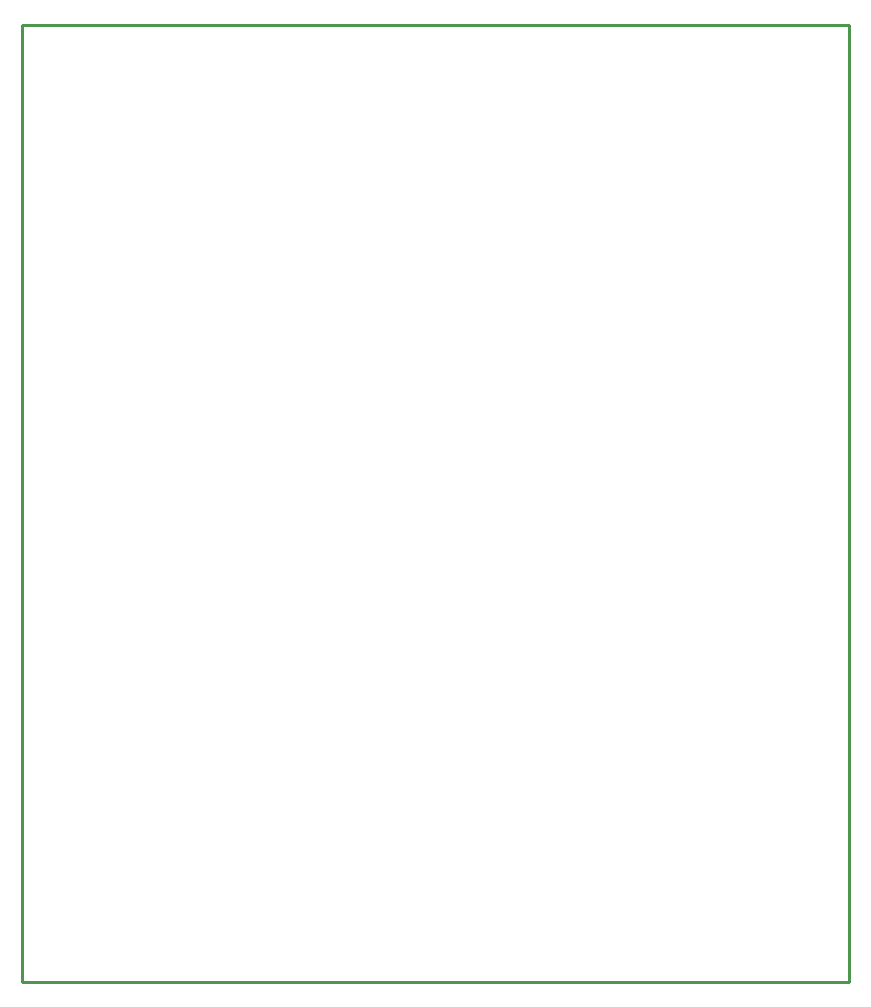
<source format=gko>
G04 Layer: BoardOutline*
G04 EasyEDA v6.4.25, 2022-01-16T12:25:19--5:00*
G04 Gerber Generator version 0.2*
G04 Scale: 100 percent, Rotated: No, Reflected: No *
G04 Dimensions in millimeters *
G04 leading zeros omitted , absolute positions ,4 integer and 5 decimal *
%FSLAX45Y45*%
%MOMM*%

%ADD10C,0.2540*%
D10*
X700023Y9899904D02*
G01*
X7700009Y9899904D01*
X7700009Y8115300D01*
X7700009Y1803400D01*
X700023Y1803400D01*
X700023Y9899904D01*

%LPD*%
M02*

</source>
